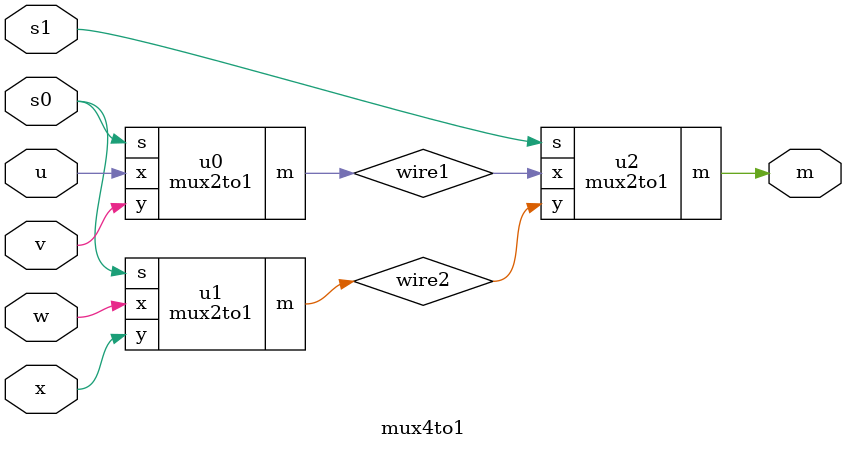
<source format=v>
module rateCounter(clk, reset, enable, EN_out);

    input clk;
    // determine need
    input reset;
    input enable;
    	 
    output EN_out;
    
    reg [10:0] q;
	 
	 parameter SAMPLE_RATE_DIVISOR = 11'b10001101101;
    
    always @(posedge clk)
    begin
        if (reset == 1'b0)
            q <= 11'b00000000000;
        else if (enable == 1'b1)
            begin
                if (q == 11'b00000000000) // check use of decimal here won't cause issue
                    q <= SAMPLE_RATE_DIVISOR;
                else
                    q <= q - 11'b00000000001;
              end      
    end
    
    assign EN_out = (q == 11'b00000000000) ? 1'b1 : 1'b0;

endmodule

module tflip(t, reset_n, clk, q);

	//width 1

	input t;
	input reset_n;
	input clk;

	output q;

	reg q;

	always @(posedge clk, negedge reset_n)

	begin
		if (~ reset_n)
			q <= 0;
		else
			q <= t ^ q;
	end


endmodule

module mux2to1(x, y, s, m);
    input x; //selected when s is 0
    input y; //selected when s is 1
    input s; //select signal
    output m; //output
  
    assign m = s & y | ~s & x;
    // OR
    // assign m = s ? y : x;
endmodule

module mux4to1(u, v, w, x, s0, s1, m);
    input u; //selected when s1s0 is 00
    input v; //selected when s1s0 is 01
    input w; //selected when s1s0 is 10
	 input x; //selected when s1s0 is 11
	 input s0; //first bit of select signal 
	 input s1; //second bit of select signal 
    output m; //output
	 wire wire1;
	 wire wire2;
	 mux2to1 u0(
	  .x(u),
	  .y(v),
	  .s(s0),
	  .m(wire1)
	  );
	  mux2to1 u1(
	  .x(w),
	  .y(x),
	  .s(s0),
	  .m(wire2)
	  );
	  mux2to1 u2(
	  .x(wire1),
	  .y(wire2),
	  .s(s1),
	  .m(m)
	  );
endmodule
</source>
